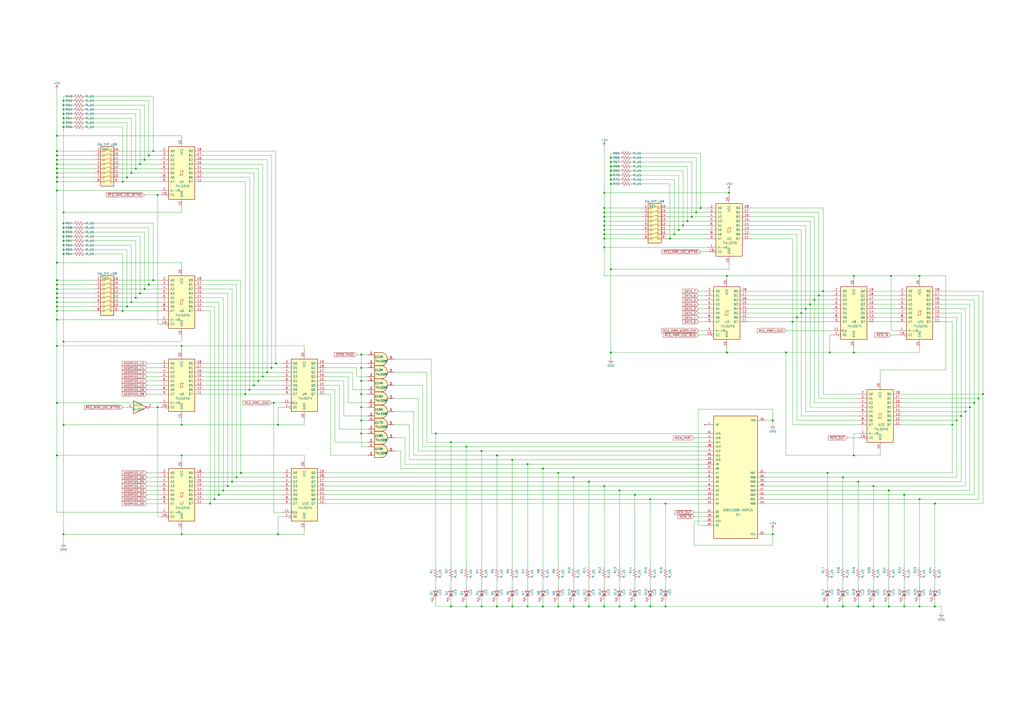
<source format=kicad_sch>
(kicad_sch (version 20230121) (generator eeschema)
  (paper "A2")
  (junction (at 105.41 246.38))
  (junction (at 368.3 287.02))
  (junction (at 560.07 238.76))
  (junction (at 377.19 289.56))
  (junction (at 33.02 165.1))
  (junction (at 533.4 160.02))
  (junction (at 158.75 233.68))
  (junction (at 396.24 130.81))
  (junction (at 33.02 95.25))
  (junction (at 448.31 309.88))
  (junction (at 36.83 129.54))
  (junction (at 477.52 168.91))
  (junction (at 36.83 137.16))
  (junction (at 81.28 95.25))
  (junction (at 209.55 228.6))
  (junction (at 495.3 204.47))
  (junction (at 480.06 274.32))
  (junction (at 36.83 58.42))
  (junction (at 36.83 142.24))
  (junction (at 137.16 276.86))
  (junction (at 354.33 96.52))
  (junction (at 403.86 123.19))
  (junction (at 270.51 351.79))
  (junction (at 209.55 213.36))
  (junction (at 142.24 228.6))
  (junction (at 306.07 351.79))
  (junction (at 36.83 198.12))
  (junction (at 350.52 128.27))
  (junction (at 455.93 204.47))
  (junction (at 350.52 281.94))
  (junction (at 354.33 204.47))
  (junction (at 297.18 351.79))
  (junction (at 252.73 251.46))
  (junction (at 323.85 351.79))
  (junction (at 515.62 351.79))
  (junction (at 36.83 309.88))
  (junction (at 33.02 177.8))
  (junction (at 36.83 139.7))
  (junction (at 81.28 170.18))
  (junction (at 524.51 287.02))
  (junction (at 297.18 266.7))
  (junction (at 565.15 233.68))
  (junction (at 33.02 97.79))
  (junction (at 36.83 134.62))
  (junction (at 350.52 130.81))
  (junction (at 562.61 236.22))
  (junction (at 73.66 177.8))
  (junction (at 279.4 261.62))
  (junction (at 350.52 120.65))
  (junction (at 33.02 90.17))
  (junction (at 105.41 264.16))
  (junction (at 33.02 170.18))
  (junction (at 33.02 105.41))
  (junction (at 36.83 60.96))
  (junction (at 209.55 236.22))
  (junction (at 542.29 351.79))
  (junction (at 71.12 105.41))
  (junction (at 279.4 351.79))
  (junction (at 78.74 97.79))
  (junction (at 474.98 171.45))
  (junction (at 36.83 147.32))
  (junction (at 306.07 269.24))
  (junction (at 33.02 172.72))
  (junction (at 391.16 135.89))
  (junction (at 488.95 276.86))
  (junction (at 33.02 87.63))
  (junction (at 33.02 102.87))
  (junction (at 33.02 92.71))
  (junction (at 149.86 220.98))
  (junction (at 124.46 289.56))
  (junction (at 386.08 351.79))
  (junction (at 354.33 101.6))
  (junction (at 36.83 63.5))
  (junction (at 350.52 135.89))
  (junction (at 388.62 138.43))
  (junction (at 83.82 167.64))
  (junction (at 398.78 128.27))
  (junction (at 506.73 281.94))
  (junction (at 33.02 233.68))
  (junction (at 209.55 220.98))
  (junction (at 421.64 160.02))
  (junction (at 472.44 173.99))
  (junction (at 354.33 156.21))
  (junction (at 33.02 100.33))
  (junction (at 497.84 351.79))
  (junction (at 542.29 292.1))
  (junction (at 91.44 113.03))
  (junction (at 36.83 73.66))
  (junction (at 105.41 200.66))
  (junction (at 71.12 180.34))
  (junction (at 144.78 226.06))
  (junction (at 368.3 351.79))
  (junction (at 86.36 165.1))
  (junction (at 33.02 110.49))
  (junction (at 481.33 204.47))
  (junction (at 36.83 144.78))
  (junction (at 480.06 351.79))
  (junction (at 386.08 292.1))
  (junction (at 33.02 180.34))
  (junction (at 33.02 185.42))
  (junction (at 516.89 160.02))
  (junction (at 33.02 78.74))
  (junction (at 36.83 71.12))
  (junction (at 33.02 167.64))
  (junction (at 350.52 351.79))
  (junction (at 261.62 256.54))
  (junction (at 132.08 281.94))
  (junction (at 567.69 231.14))
  (junction (at 354.33 99.06))
  (junction (at 533.4 289.56))
  (junction (at 36.83 123.19))
  (junction (at 209.55 251.46))
  (junction (at 464.82 181.61))
  (junction (at 86.36 90.17))
  (junction (at 359.41 351.79))
  (junction (at 157.48 213.36))
  (junction (at 332.74 276.86))
  (junction (at 127 287.02))
  (junction (at 314.96 351.79))
  (junction (at 469.9 176.53))
  (junction (at 462.28 184.15))
  (junction (at 350.52 111.76))
  (junction (at 33.02 152.4))
  (junction (at 209.55 205.74))
  (junction (at 377.19 351.79))
  (junction (at 552.45 246.38))
  (junction (at 359.41 284.48))
  (junction (at 36.83 66.04))
  (junction (at 515.62 284.48))
  (junction (at 161.29 246.38))
  (junction (at 270.51 259.08))
  (junction (at 288.29 264.16))
  (junction (at 354.33 104.14))
  (junction (at 422.91 111.76))
  (junction (at 495.3 160.02))
  (junction (at 314.96 271.78))
  (junction (at 36.83 246.38))
  (junction (at 88.9 87.63))
  (junction (at 554.99 243.84))
  (junction (at 533.4 351.79))
  (junction (at 261.62 351.79))
  (junction (at 497.84 279.4))
  (junction (at 78.74 172.72))
  (junction (at 76.2 175.26))
  (junction (at 354.33 106.68))
  (junction (at 524.51 351.79))
  (junction (at 33.02 264.16))
  (junction (at 139.7 274.32))
  (junction (at 350.52 143.51))
  (junction (at 570.23 228.6))
  (junction (at 161.29 309.88))
  (junction (at 152.4 218.44))
  (junction (at 350.52 125.73))
  (junction (at 401.32 125.73))
  (junction (at 83.82 92.71))
  (junction (at 341.63 279.4))
  (junction (at 105.41 309.88))
  (junction (at 467.36 179.07))
  (junction (at 88.9 162.56))
  (junction (at 488.95 351.79))
  (junction (at 147.32 223.52))
  (junction (at 323.85 274.32))
  (junction (at 36.83 132.08))
  (junction (at 350.52 133.35))
  (junction (at 73.66 102.87))
  (junction (at 459.74 186.69))
  (junction (at 121.92 292.1))
  (junction (at 354.33 93.98))
  (junction (at 160.02 210.82))
  (junction (at 506.73 351.79))
  (junction (at 354.33 91.44))
  (junction (at 91.44 236.22))
  (junction (at 495.3 264.16))
  (junction (at 134.62 279.4))
  (junction (at 76.2 100.33))
  (junction (at 129.54 284.48))
  (junction (at 350.52 138.43))
  (junction (at 33.02 200.66))
  (junction (at 406.4 120.65))
  (junction (at 209.55 243.84))
  (junction (at 421.64 204.47))
  (junction (at 341.63 351.79))
  (junction (at 350.52 123.19))
  (junction (at 332.74 351.79))
  (junction (at 557.53 241.3))
  (junction (at 288.29 351.79))
  (junction (at 154.94 215.9))
  (junction (at 33.02 175.26))
  (junction (at 448.31 243.84))
  (junction (at 36.83 68.58))
  (junction (at 393.7 133.35))
  (junction (at 33.02 162.56))
  (wire (pts (xy 396.24 99.06) (xy 396.24 130.81)))
  (wire (pts (xy 354.33 106.68) (xy 359.41 106.68)))
  (wire (pts (xy 464.82 181.61) (xy 482.6 181.61)))
  (wire (pts (xy 341.63 279.4) (xy 408.94 279.4)))
  (wire (pts (xy 405.13 176.53) (xy 408.94 176.53)))
  (wire (pts (xy 448.31 243.84) (xy 448.31 246.38)))
  (wire (pts (xy 350.52 133.35) (xy 372.11 133.35)))
  (wire (pts (xy 132.08 281.94) (xy 163.83 281.94)))
  (wire (pts (xy 36.83 58.42) (xy 41.91 58.42)))
  (wire (pts (xy 565.15 173.99) (xy 565.15 233.68)))
  (wire (pts (xy 69.85 95.25) (xy 81.28 95.25)))
  (wire (pts (xy 36.83 246.38) (xy 105.41 246.38)))
  (wire (pts (xy 121.92 292.1) (xy 163.83 292.1)))
  (wire (pts (xy 105.41 78.74) (xy 105.41 80.01)))
  (wire (pts (xy 480.06 274.32) (xy 480.06 328.93)))
  (wire (pts (xy 477.52 168.91) (xy 482.6 168.91)))
  (wire (pts (xy 161.29 236.22) (xy 161.29 246.38)))
  (wire (pts (xy 497.84 241.3) (xy 464.82 241.3)))
  (wire (pts (xy 191.77 264.16) (xy 191.77 228.6)))
  (wire (pts (xy 332.74 336.55) (xy 332.74 340.36)))
  (wire (pts (xy 137.16 165.1) (xy 118.11 165.1)))
  (wire (pts (xy 134.62 167.64) (xy 118.11 167.64)))
  (wire (pts (xy 306.07 351.79) (xy 314.96 351.79)))
  (wire (pts (xy 497.84 336.55) (xy 497.84 340.36)))
  (wire (pts (xy 506.73 351.79) (xy 515.62 351.79)))
  (wire (pts (xy 367.03 106.68) (xy 388.62 106.68)))
  (wire (pts (xy 33.02 185.42) (xy 33.02 200.66)))
  (wire (pts (xy 250.19 208.28) (xy 250.19 251.46)))
  (wire (pts (xy 207.01 205.74) (xy 209.55 205.74)))
  (wire (pts (xy 314.96 351.79) (xy 323.85 351.79)))
  (wire (pts (xy 491.49 254) (xy 497.84 254)))
  (wire (pts (xy 118.11 95.25) (xy 152.4 95.25)))
  (wire (pts (xy 81.28 95.25) (xy 92.71 95.25)))
  (wire (pts (xy 405.13 194.31) (xy 408.94 194.31)))
  (wire (pts (xy 422.91 111.76) (xy 422.91 113.03)))
  (wire (pts (xy 86.36 90.17) (xy 92.71 90.17)))
  (wire (pts (xy 189.23 226.06) (xy 194.31 226.06)))
  (wire (pts (xy 33.02 78.74) (xy 105.41 78.74)))
  (wire (pts (xy 306.07 336.55) (xy 306.07 340.36)))
  (wire (pts (xy 546.1 168.91) (xy 570.23 168.91)))
  (wire (pts (xy 33.02 87.63) (xy 54.61 87.63)))
  (wire (pts (xy 402.59 254) (xy 408.94 254)))
  (wire (pts (xy 332.74 328.93) (xy 332.74 276.86)))
  (wire (pts (xy 261.62 328.93) (xy 261.62 256.54)))
  (wire (pts (xy 118.11 281.94) (xy 132.08 281.94)))
  (wire (pts (xy 350.52 143.51) (xy 350.52 160.02)))
  (wire (pts (xy 85.09 215.9) (xy 92.71 215.9)))
  (wire (pts (xy 228.6 238.76) (xy 240.03 238.76)))
  (wire (pts (xy 350.52 138.43) (xy 350.52 143.51)))
  (wire (pts (xy 467.36 179.07) (xy 467.36 238.76)))
  (wire (pts (xy 359.41 284.48) (xy 408.94 284.48)))
  (wire (pts (xy 462.28 243.84) (xy 497.84 243.84)))
  (wire (pts (xy 36.83 134.62) (xy 41.91 134.62)))
  (wire (pts (xy 49.53 134.62) (xy 83.82 134.62)))
  (wire (pts (xy 474.98 231.14) (xy 474.98 171.45)))
  (wire (pts (xy 78.74 172.72) (xy 92.71 172.72)))
  (wire (pts (xy 85.09 279.4) (xy 92.71 279.4)))
  (wire (pts (xy 533.4 160.02) (xy 548.64 160.02)))
  (wire (pts (xy 354.33 104.14) (xy 359.41 104.14)))
  (wire (pts (xy 234.95 254) (xy 234.95 269.24)))
  (wire (pts (xy 149.86 220.98) (xy 149.86 97.79)))
  (wire (pts (xy 469.9 176.53) (xy 482.6 176.53)))
  (wire (pts (xy 523.24 243.84) (xy 554.99 243.84)))
  (wire (pts (xy 209.55 259.08) (xy 209.55 251.46)))
  (wire (pts (xy 118.11 90.17) (xy 157.48 90.17)))
  (wire (pts (xy 85.09 218.44) (xy 92.71 218.44)))
  (wire (pts (xy 472.44 173.99) (xy 482.6 173.99)))
  (wire (pts (xy 36.83 58.42) (xy 36.83 60.96)))
  (wire (pts (xy 261.62 351.79) (xy 261.62 347.98)))
  (wire (pts (xy 387.35 130.81) (xy 396.24 130.81)))
  (wire (pts (xy 176.53 309.88) (xy 176.53 307.34)))
  (wire (pts (xy 386.08 351.79) (xy 386.08 347.98)))
  (wire (pts (xy 158.75 297.18) (xy 158.75 233.68)))
  (wire (pts (xy 562.61 236.22) (xy 562.61 284.48)))
  (wire (pts (xy 467.36 130.81) (xy 435.61 130.81)))
  (wire (pts (xy 242.57 231.14) (xy 228.6 231.14)))
  (wire (pts (xy 73.66 71.12) (xy 73.66 102.87)))
  (wire (pts (xy 542.29 347.98) (xy 542.29 351.79)))
  (wire (pts (xy 270.51 336.55) (xy 270.51 340.36)))
  (wire (pts (xy 350.52 130.81) (xy 372.11 130.81)))
  (wire (pts (xy 506.73 281.94) (xy 560.07 281.94)))
  (wire (pts (xy 33.02 297.18) (xy 92.71 297.18)))
  (wire (pts (xy 36.83 142.24) (xy 41.91 142.24)))
  (wire (pts (xy 444.5 274.32) (xy 480.06 274.32)))
  (wire (pts (xy 76.2 100.33) (xy 92.71 100.33)))
  (wire (pts (xy 480.06 336.55) (xy 480.06 340.36)))
  (wire (pts (xy 209.55 205.74) (xy 209.55 213.36)))
  (wire (pts (xy 33.02 175.26) (xy 33.02 177.8)))
  (wire (pts (xy 288.29 264.16) (xy 408.94 264.16)))
  (wire (pts (xy 118.11 274.32) (xy 139.7 274.32)))
  (wire (pts (xy 49.53 55.88) (xy 88.9 55.88)))
  (wire (pts (xy 228.6 254) (xy 234.95 254)))
  (wire (pts (xy 49.53 60.96) (xy 83.82 60.96)))
  (wire (pts (xy 245.11 223.52) (xy 245.11 259.08)))
  (wire (pts (xy 83.82 60.96) (xy 83.82 92.71)))
  (wire (pts (xy 142.24 228.6) (xy 163.83 228.6)))
  (wire (pts (xy 508 186.69) (xy 520.7 186.69)))
  (wire (pts (xy 33.02 97.79) (xy 33.02 100.33)))
  (wire (pts (xy 523.24 228.6) (xy 570.23 228.6)))
  (wire (pts (xy 36.83 60.96) (xy 36.83 63.5)))
  (wire (pts (xy 85.09 220.98) (xy 92.71 220.98)))
  (wire (pts (xy 33.02 167.64) (xy 54.61 167.64)))
  (wire (pts (xy 393.7 101.6) (xy 393.7 133.35)))
  (wire (pts (xy 33.02 233.68) (xy 92.71 233.68)))
  (wire (pts (xy 49.53 58.42) (xy 86.36 58.42)))
  (wire (pts (xy 482.6 194.31) (xy 481.33 194.31)))
  (wire (pts (xy 570.23 228.6) (xy 570.23 292.1)))
  (wire (pts (xy 350.52 135.89) (xy 372.11 135.89)))
  (wire (pts (xy 350.52 351.79) (xy 350.52 347.98)))
  (wire (pts (xy 189.23 276.86) (xy 332.74 276.86)))
  (wire (pts (xy 488.95 276.86) (xy 554.99 276.86)))
  (wire (pts (xy 516.89 191.77) (xy 520.7 191.77)))
  (wire (pts (xy 201.93 218.44) (xy 189.23 218.44)))
  (wire (pts (xy 137.16 165.1) (xy 137.16 276.86)))
  (wire (pts (xy 92.71 299.72) (xy 91.44 299.72)))
  (wire (pts (xy 49.53 139.7) (xy 78.74 139.7)))
  (wire (pts (xy 118.11 279.4) (xy 134.62 279.4)))
  (wire (pts (xy 405.13 179.07) (xy 408.94 179.07)))
  (wire (pts (xy 495.3 204.47) (xy 533.4 204.47)))
  (wire (pts (xy 377.19 351.79) (xy 386.08 351.79)))
  (wire (pts (xy 542.29 292.1) (xy 570.23 292.1)))
  (wire (pts (xy 350.52 135.89) (xy 350.52 138.43)))
  (wire (pts (xy 444.5 287.02) (xy 524.51 287.02)))
  (wire (pts (xy 144.78 102.87) (xy 118.11 102.87)))
  (wire (pts (xy 297.18 328.93) (xy 297.18 266.7)))
  (wire (pts (xy 323.85 351.79) (xy 332.74 351.79)))
  (wire (pts (xy 161.29 309.88) (xy 176.53 309.88)))
  (wire (pts (xy 332.74 276.86) (xy 408.94 276.86)))
  (wire (pts (xy 91.44 236.22) (xy 91.44 299.72)))
  (wire (pts (xy 33.02 78.74) (xy 33.02 87.63)))
  (wire (pts (xy 368.3 287.02) (xy 408.94 287.02)))
  (wire (pts (xy 314.96 271.78) (xy 314.96 328.93)))
  (wire (pts (xy 91.44 187.96) (xy 92.71 187.96)))
  (wire (pts (xy 314.96 336.55) (xy 314.96 340.36)))
  (wire (pts (xy 33.02 102.87) (xy 33.02 105.41)))
  (wire (pts (xy 194.31 256.54) (xy 213.36 256.54)))
  (wire (pts (xy 88.9 129.54) (xy 88.9 162.56)))
  (wire (pts (xy 85.09 289.56) (xy 92.71 289.56)))
  (wire (pts (xy 152.4 218.44) (xy 163.83 218.44)))
  (wire (pts (xy 33.02 162.56) (xy 33.02 165.1)))
  (wire (pts (xy 142.24 105.41) (xy 142.24 228.6)))
  (wire (pts (xy 508 168.91) (xy 520.7 168.91)))
  (wire (pts (xy 124.46 177.8) (xy 118.11 177.8)))
  (wire (pts (xy 189.23 284.48) (xy 359.41 284.48)))
  (wire (pts (xy 524.51 351.79) (xy 533.4 351.79)))
  (wire (pts (xy 132.08 170.18) (xy 118.11 170.18)))
  (wire (pts (xy 33.02 172.72) (xy 54.61 172.72)))
  (wire (pts (xy 350.52 125.73) (xy 372.11 125.73)))
  (wire (pts (xy 33.02 95.25) (xy 54.61 95.25)))
  (wire (pts (xy 71.12 105.41) (xy 92.71 105.41)))
  (wire (pts (xy 33.02 167.64) (xy 33.02 170.18)))
  (wire (pts (xy 459.74 186.69) (xy 482.6 186.69)))
  (wire (pts (xy 323.85 328.93) (xy 323.85 274.32)))
  (wire (pts (xy 209.55 251.46) (xy 213.36 251.46)))
  (wire (pts (xy 542.29 336.55) (xy 542.29 340.36)))
  (wire (pts (xy 270.51 351.79) (xy 270.51 347.98)))
  (wire (pts (xy 406.4 146.05) (xy 410.21 146.05)))
  (wire (pts (xy 71.12 236.22) (xy 73.66 236.22)))
  (wire (pts (xy 462.28 184.15) (xy 482.6 184.15)))
  (wire (pts (xy 118.11 105.41) (xy 142.24 105.41)))
  (wire (pts (xy 405.13 237.49) (xy 405.13 304.8)))
  (wire (pts (xy 160.02 210.82) (xy 160.02 87.63)))
  (wire (pts (xy 69.85 177.8) (xy 73.66 177.8)))
  (wire (pts (xy 83.82 134.62) (xy 83.82 167.64)))
  (wire (pts (xy 388.62 106.68) (xy 388.62 138.43)))
  (wire (pts (xy 435.61 138.43) (xy 459.74 138.43)))
  (wire (pts (xy 232.41 261.62) (xy 228.6 261.62)))
  (wire (pts (xy 477.52 168.91) (xy 477.52 228.6)))
  (wire (pts (xy 542.29 351.79) (xy 546.1 351.79)))
  (wire (pts (xy 196.85 248.92) (xy 196.85 223.52)))
  (wire (pts (xy 209.55 213.36) (xy 213.36 213.36)))
  (wire (pts (xy 33.02 95.25) (xy 33.02 97.79)))
  (wire (pts (xy 139.7 274.32) (xy 163.83 274.32)))
  (wire (pts (xy 199.39 241.3) (xy 213.36 241.3)))
  (wire (pts (xy 76.2 100.33) (xy 76.2 68.58)))
  (wire (pts (xy 350.52 128.27) (xy 350.52 130.81)))
  (wire (pts (xy 189.23 274.32) (xy 323.85 274.32)))
  (wire (pts (xy 402.59 302.26) (xy 408.94 302.26)))
  (wire (pts (xy 444.5 292.1) (xy 542.29 292.1)))
  (wire (pts (xy 78.74 97.79) (xy 92.71 97.79)))
  (wire (pts (xy 367.03 93.98) (xy 401.32 93.98)))
  (wire (pts (xy 508 181.61) (xy 520.7 181.61)))
  (wire (pts (xy 33.02 102.87) (xy 54.61 102.87)))
  (wire (pts (xy 33.02 90.17) (xy 54.61 90.17)))
  (wire (pts (xy 467.36 179.07) (xy 482.6 179.07)))
  (wire (pts (xy 560.07 238.76) (xy 560.07 281.94)))
  (wire (pts (xy 467.36 238.76) (xy 497.84 238.76)))
  (wire (pts (xy 297.18 351.79) (xy 297.18 347.98)))
  (wire (pts (xy 288.29 347.98) (xy 288.29 351.79)))
  (wire (pts (xy 467.36 179.07) (xy 467.36 130.81)))
  (wire (pts (xy 391.16 135.89) (xy 410.21 135.89)))
  (wire (pts (xy 81.28 170.18) (xy 92.71 170.18)))
  (wire (pts (xy 261.62 336.55) (xy 261.62 340.36)))
  (wire (pts (xy 488.95 351.79) (xy 497.84 351.79)))
  (wire (pts (xy 49.53 71.12) (xy 73.66 71.12)))
  (wire (pts (xy 435.61 133.35) (xy 464.82 133.35)))
  (wire (pts (xy 33.02 100.33) (xy 33.02 102.87)))
  (wire (pts (xy 516.89 160.02) (xy 516.89 191.77)))
  (wire (pts (xy 129.54 172.72) (xy 129.54 284.48)))
  (wire (pts (xy 36.83 198.12) (xy 36.83 246.38)))
  (wire (pts (xy 448.31 316.23) (xy 402.59 316.23)))
  (wire (pts (xy 552.45 186.69) (xy 552.45 246.38)))
  (wire (pts (xy 33.02 92.71) (xy 54.61 92.71)))
  (wire (pts (xy 49.53 147.32) (xy 71.12 147.32)))
  (wire (pts (xy 510.54 264.16) (xy 495.3 264.16)))
  (wire (pts (xy 565.15 233.68) (xy 565.15 287.02)))
  (wire (pts (xy 105.41 246.38) (xy 161.29 246.38)))
  (wire (pts (xy 554.99 184.15) (xy 554.99 243.84)))
  (wire (pts (xy 546.1 176.53) (xy 562.61 176.53)))
  (wire (pts (xy 401.32 125.73) (xy 410.21 125.73)))
  (wire (pts (xy 176.53 200.66) (xy 176.53 203.2)))
  (wire (pts (xy 144.78 226.06) (xy 144.78 102.87)))
  (wire (pts (xy 421.64 160.02) (xy 495.3 160.02)))
  (wire (pts (xy 105.41 198.12) (xy 105.41 195.58)))
  (wire (pts (xy 118.11 287.02) (xy 127 287.02)))
  (wire (pts (xy 154.94 215.9) (xy 163.83 215.9)))
  (wire (pts (xy 393.7 133.35) (xy 410.21 133.35)))
  (wire (pts (xy 124.46 177.8) (xy 124.46 289.56)))
  (wire (pts (xy 350.52 133.35) (xy 350.52 135.89)))
  (wire (pts (xy 237.49 266.7) (xy 297.18 266.7)))
  (wire (pts (xy 127 175.26) (xy 127 287.02)))
  (wire (pts (xy 481.33 204.47) (xy 495.3 204.47)))
  (wire (pts (xy 36.83 198.12) (xy 105.41 198.12)))
  (wire (pts (xy 524.51 336.55) (xy 524.51 340.36)))
  (wire (pts (xy 36.83 132.08) (xy 41.91 132.08)))
  (wire (pts (xy 387.35 135.89) (xy 391.16 135.89)))
  (wire (pts (xy 149.86 97.79) (xy 118.11 97.79)))
  (wire (pts (xy 508 176.53) (xy 520.7 176.53)))
  (wire (pts (xy 91.44 113.03) (xy 91.44 187.96)))
  (wire (pts (xy 354.33 93.98) (xy 359.41 93.98)))
  (wire (pts (xy 354.33 99.06) (xy 354.33 101.6)))
  (wire (pts (xy 398.78 96.52) (xy 398.78 128.27)))
  (wire (pts (xy 405.13 171.45) (xy 408.94 171.45)))
  (wire (pts (xy 488.95 347.98) (xy 488.95 351.79)))
  (wire (pts (xy 194.31 226.06) (xy 194.31 256.54)))
  (wire (pts (xy 444.5 281.94) (xy 506.73 281.94)))
  (wire (pts (xy 524.51 287.02) (xy 524.51 328.93)))
  (wire (pts (xy 105.41 200.66) (xy 176.53 200.66)))
  (wire (pts (xy 33.02 110.49) (xy 33.02 152.4)))
  (wire (pts (xy 91.44 236.22) (xy 92.71 236.22)))
  (wire (pts (xy 36.83 144.78) (xy 41.91 144.78)))
  (wire (pts (xy 213.36 218.44) (xy 207.01 218.44)))
  (wire (pts (xy 83.82 167.64) (xy 92.71 167.64)))
  (wire (pts (xy 288.29 336.55) (xy 288.29 340.36)))
  (wire (pts (xy 367.03 91.44) (xy 403.86 91.44)))
  (wire (pts (xy 209.55 243.84) (xy 213.36 243.84)))
  (wire (pts (xy 359.41 351.79) (xy 359.41 347.98)))
  (wire (pts (xy 279.4 351.79) (xy 288.29 351.79)))
  (wire (pts (xy 247.65 256.54) (xy 261.62 256.54)))
  (wire (pts (xy 78.74 139.7) (xy 78.74 172.72)))
  (wire (pts (xy 554.99 243.84) (xy 554.99 276.86)))
  (wire (pts (xy 33.02 162.56) (xy 54.61 162.56)))
  (wire (pts (xy 127 287.02) (xy 163.83 287.02)))
  (wire (pts (xy 69.85 87.63) (xy 88.9 87.63)))
  (wire (pts (xy 189.23 279.4) (xy 341.63 279.4)))
  (wire (pts (xy 71.12 147.32) (xy 71.12 180.34)))
  (wire (pts (xy 36.83 137.16) (xy 41.91 137.16)))
  (wire (pts (xy 279.4 261.62) (xy 279.4 328.93)))
  (wire (pts (xy 71.12 105.41) (xy 71.12 73.66)))
  (wire (pts (xy 354.33 99.06) (xy 359.41 99.06)))
  (wire (pts (xy 387.35 125.73) (xy 401.32 125.73)))
  (wire (pts (xy 448.31 307.34) (xy 448.31 309.88)))
  (wire (pts (xy 49.53 73.66) (xy 71.12 73.66)))
  (wire (pts (xy 386.08 336.55) (xy 386.08 340.36)))
  (wire (pts (xy 49.53 142.24) (xy 76.2 142.24)))
  (wire (pts (xy 388.62 138.43) (xy 410.21 138.43)))
  (wire (pts (xy 560.07 179.07) (xy 560.07 238.76)))
  (wire (pts (xy 354.33 156.21) (xy 354.33 204.47)))
  (wire (pts (xy 33.02 180.34) (xy 33.02 185.42)))
  (wire (pts (xy 33.02 105.41) (xy 54.61 105.41)))
  (wire (pts (xy 402.59 316.23) (xy 402.59 302.26)))
  (wire (pts (xy 444.5 279.4) (xy 497.84 279.4)))
  (wire (pts (xy 36.83 147.32) (xy 41.91 147.32)))
  (wire (pts (xy 472.44 125.73) (xy 435.61 125.73)))
  (wire (pts (xy 368.3 336.55) (xy 368.3 340.36)))
  (wire (pts (xy 405.13 186.69) (xy 408.94 186.69)))
  (wire (pts (xy 497.84 279.4) (xy 557.53 279.4)))
  (wire (pts (xy 69.85 92.71) (xy 83.82 92.71)))
  (wire (pts (xy 33.02 180.34) (xy 54.61 180.34)))
  (wire (pts (xy 86.36 165.1) (xy 92.71 165.1)))
  (wire (pts (xy 434.34 171.45) (xy 474.98 171.45)))
  (wire (pts (xy 69.85 100.33) (xy 76.2 100.33)))
  (wire (pts (xy 36.83 63.5) (xy 36.83 66.04)))
  (wire (pts (xy 189.23 281.94) (xy 350.52 281.94)))
  (wire (pts (xy 129.54 284.48) (xy 163.83 284.48)))
  (wire (pts (xy 33.02 264.16) (xy 105.41 264.16)))
  (wire (pts (xy 548.64 160.02) (xy 548.64 214.63)))
  (wire (pts (xy 323.85 351.79) (xy 323.85 347.98)))
  (wire (pts (xy 118.11 220.98) (xy 149.86 220.98)))
  (wire (pts (xy 118.11 215.9) (xy 154.94 215.9)))
  (wire (pts (xy 121.92 180.34) (xy 118.11 180.34)))
  (wire (pts (xy 403.86 123.19) (xy 410.21 123.19)))
  (wire (pts (xy 73.66 144.78) (xy 73.66 177.8)))
  (wire (pts (xy 209.55 243.84) (xy 209.55 251.46)))
  (wire (pts (xy 36.83 309.88) (xy 36.83 314.96)))
  (wire (pts (xy 78.74 97.79) (xy 78.74 66.04)))
  (wire (pts (xy 279.4 336.55) (xy 279.4 340.36)))
  (wire (pts (xy 76.2 142.24) (xy 76.2 175.26)))
  (wire (pts (xy 350.52 128.27) (xy 372.11 128.27)))
  (wire (pts (xy 288.29 351.79) (xy 297.18 351.79)))
  (wire (pts (xy 459.74 246.38) (xy 459.74 186.69)))
  (wire (pts (xy 434.34 181.61) (xy 464.82 181.61)))
  (wire (pts (xy 88.9 55.88) (xy 88.9 87.63)))
  (wire (pts (xy 88.9 162.56) (xy 92.71 162.56)))
  (wire (pts (xy 372.11 123.19) (xy 350.52 123.19)))
  (wire (pts (xy 405.13 181.61) (xy 408.94 181.61)))
  (wire (pts (xy 154.94 92.71) (xy 118.11 92.71)))
  (wire (pts (xy 36.83 129.54) (xy 41.91 129.54)))
  (wire (pts (xy 204.47 226.06) (xy 213.36 226.06)))
  (wire (pts (xy 228.6 208.28) (xy 250.19 208.28)))
  (wire (pts (xy 354.33 96.52) (xy 354.33 99.06)))
  (wire (pts (xy 157.48 213.36) (xy 163.83 213.36)))
  (wire (pts (xy 567.69 171.45) (xy 567.69 231.14)))
  (wire (pts (xy 49.53 68.58) (xy 76.2 68.58)))
  (wire (pts (xy 189.23 287.02) (xy 368.3 287.02)))
  (wire (pts (xy 36.83 73.66) (xy 41.91 73.66)))
  (wire (pts (xy 421.64 160.02) (xy 421.64 161.29)))
  (wire (pts (xy 434.34 179.07) (xy 467.36 179.07)))
  (wire (pts (xy 462.28 184.15) (xy 462.28 243.84)))
  (wire (pts (xy 444.5 276.86) (xy 488.95 276.86)))
  (wire (pts (xy 161.29 299.72) (xy 161.29 309.88)))
  (wire (pts (xy 160.02 87.63) (xy 118.11 87.63)))
  (wire (pts (xy 516.89 160.02) (xy 533.4 160.02)))
  (wire (pts (xy 157.48 90.17) (xy 157.48 213.36)))
  (wire (pts (xy 408.94 271.78) (xy 314.96 271.78)))
  (wire (pts (xy 546.1 181.61) (xy 557.53 181.61)))
  (wire (pts (xy 69.85 165.1) (xy 86.36 165.1)))
  (wire (pts (xy 464.82 241.3) (xy 464.82 181.61)))
  (wire (pts (xy 533.4 204.47) (xy 533.4 201.93)))
  (wire (pts (xy 85.09 228.6) (xy 92.71 228.6)))
  (wire (pts (xy 497.84 347.98) (xy 497.84 351.79)))
  (wire (pts (xy 252.73 351.79) (xy 261.62 351.79)))
  (wire (pts (xy 455.93 264.16) (xy 495.3 264.16)))
  (wire (pts (xy 533.4 336.55) (xy 533.4 340.36)))
  (wire (pts (xy 69.85 175.26) (xy 76.2 175.26)))
  (wire (pts (xy 510.54 214.63) (xy 510.54 220.98)))
  (wire (pts (xy 139.7 162.56) (xy 118.11 162.56)))
  (wire (pts (xy 36.83 68.58) (xy 41.91 68.58)))
  (wire (pts (xy 36.83 139.7) (xy 41.91 139.7)))
  (wire (pts (xy 495.3 160.02) (xy 516.89 160.02)))
  (wire (pts (xy 118.11 100.33) (xy 147.32 100.33)))
  (wire (pts (xy 377.19 336.55) (xy 377.19 340.36)))
  (wire (pts (xy 36.83 71.12) (xy 36.83 73.66)))
  (wire (pts (xy 546.1 184.15) (xy 554.99 184.15)))
  (wire (pts (xy 533.4 351.79) (xy 542.29 351.79)))
  (wire (pts (xy 240.03 264.16) (xy 288.29 264.16)))
  (wire (pts (xy 332.74 351.79) (xy 332.74 347.98)))
  (wire (pts (xy 480.06 274.32) (xy 552.45 274.32)))
  (wire (pts (xy 33.02 52.07) (xy 33.02 78.74)))
  (wire (pts (xy 552.45 246.38) (xy 552.45 274.32)))
  (wire (pts (xy 350.52 120.65) (xy 372.11 120.65)))
  (wire (pts (xy 406.4 88.9) (xy 406.4 120.65)))
  (wire (pts (xy 359.41 336.55) (xy 359.41 340.36)))
  (wire (pts (xy 85.09 226.06) (xy 92.71 226.06)))
  (wire (pts (xy 524.51 347.98) (xy 524.51 351.79)))
  (wire (pts (xy 354.33 96.52) (xy 359.41 96.52)))
  (wire (pts (xy 354.33 101.6) (xy 359.41 101.6)))
  (wire (pts (xy 495.3 204.47) (xy 495.3 201.93)))
  (wire (pts (xy 196.85 223.52) (xy 189.23 223.52)))
  (wire (pts (xy 121.92 180.34) (xy 121.92 292.1)))
  (wire (pts (xy 36.83 60.96) (xy 41.91 60.96)))
  (wire (pts (xy 332.74 351.79) (xy 341.63 351.79)))
  (wire (pts (xy 506.73 328.93) (xy 506.73 281.94)))
  (wire (pts (xy 36.83 147.32) (xy 36.83 198.12)))
  (wire (pts (xy 204.47 215.9) (xy 204.47 226.06)))
  (wire (pts (xy 33.02 97.79) (xy 54.61 97.79)))
  (wire (pts (xy 523.24 246.38) (xy 552.45 246.38)))
  (wire (pts (xy 508 171.45) (xy 520.7 171.45)))
  (wire (pts (xy 36.83 123.19) (xy 36.83 129.54)))
  (wire (pts (xy 477.52 228.6) (xy 497.84 228.6)))
  (wire (pts (xy 323.85 336.55) (xy 323.85 340.36)))
  (wire (pts (xy 421.64 204.47) (xy 455.93 204.47)))
  (wire (pts (xy 341.63 351.79) (xy 350.52 351.79)))
  (wire (pts (xy 33.02 87.63) (xy 33.02 90.17)))
  (wire (pts (xy 118.11 223.52) (xy 147.32 223.52)))
  (wire (pts (xy 33.02 165.1) (xy 54.61 165.1)))
  (wire (pts (xy 546.1 186.69) (xy 552.45 186.69)))
  (wire (pts (xy 247.65 215.9) (xy 228.6 215.9)))
  (wire (pts (xy 261.62 351.79) (xy 270.51 351.79)))
  (wire (pts (xy 33.02 170.18) (xy 54.61 170.18)))
  (wire (pts (xy 398.78 128.27) (xy 410.21 128.27)))
  (wire (pts (xy 480.06 351.79) (xy 488.95 351.79)))
  (wire (pts (xy 557.53 181.61) (xy 557.53 241.3)))
  (wire (pts (xy 386.08 292.1) (xy 408.94 292.1)))
  (wire (pts (xy 237.49 246.38) (xy 228.6 246.38)))
  (wire (pts (xy 354.33 93.98) (xy 354.33 96.52)))
  (wire (pts (xy 33.02 152.4) (xy 105.41 152.4)))
  (wire (pts (xy 350.52 138.43) (xy 372.11 138.43)))
  (wire (pts (xy 36.83 55.88) (xy 41.91 55.88)))
  (wire (pts (xy 85.09 213.36) (xy 92.71 213.36)))
  (wire (pts (xy 488.95 336.55) (xy 488.95 340.36)))
  (wire (pts (xy 386.08 351.79) (xy 480.06 351.79)))
  (wire (pts (xy 387.35 120.65) (xy 406.4 120.65)))
  (wire (pts (xy 350.52 85.09) (xy 350.52 111.76)))
  (wire (pts (xy 350.52 336.55) (xy 350.52 340.36)))
  (wire (pts (xy 213.36 264.16) (xy 191.77 264.16)))
  (wire (pts (xy 36.83 134.62) (xy 36.83 137.16)))
  (wire (pts (xy 213.36 259.08) (xy 209.55 259.08)))
  (wire (pts (xy 33.02 177.8) (xy 33.02 180.34)))
  (wire (pts (xy 323.85 274.32) (xy 408.94 274.32)))
  (wire (pts (xy 350.52 111.76) (xy 350.52 120.65)))
  (wire (pts (xy 435.61 120.65) (xy 477.52 120.65)))
  (wire (pts (xy 459.74 138.43) (xy 459.74 186.69)))
  (wire (pts (xy 480.06 347.98) (xy 480.06 351.79)))
  (wire (pts (xy 408.94 304.8) (xy 405.13 304.8)))
  (wire (pts (xy 523.24 238.76) (xy 560.07 238.76)))
  (wire (pts (xy 421.64 160.02) (xy 350.52 160.02)))
  (wire (pts (xy 189.23 220.98) (xy 199.39 220.98)))
  (wire (pts (xy 350.52 130.81) (xy 350.52 133.35)))
  (wire (pts (xy 213.36 248.92) (xy 196.85 248.92)))
  (wire (pts (xy 497.84 279.4) (xy 497.84 328.93)))
  (wire (pts (xy 354.33 88.9) (xy 359.41 88.9)))
  (wire (pts (xy 118.11 218.44) (xy 152.4 218.44)))
  (wire (pts (xy 49.53 137.16) (xy 81.28 137.16)))
  (wire (pts (xy 36.83 139.7) (xy 36.83 142.24)))
  (wire (pts (xy 506.73 336.55) (xy 506.73 340.36)))
  (wire (pts (xy 149.86 220.98) (xy 163.83 220.98)))
  (wire (pts (xy 36.83 66.04) (xy 36.83 68.58)))
  (wire (pts (xy 33.02 165.1) (xy 33.02 167.64)))
  (wire (pts (xy 33.02 233.68) (xy 33.02 264.16)))
  (wire (pts (xy 36.83 132.08) (xy 36.83 134.62)))
  (wire (pts (xy 497.84 246.38) (xy 459.74 246.38)))
  (wire (pts (xy 387.35 123.19) (xy 403.86 123.19)))
  (wire (pts (xy 354.33 101.6) (xy 354.33 104.14)))
  (wire (pts (xy 350.52 123.19) (xy 350.52 125.73)))
  (wire (pts (xy 422.91 110.49) (xy 422.91 111.76)))
  (wire (pts (xy 472.44 233.68) (xy 497.84 233.68)))
  (wire (pts (xy 402.59 299.72) (xy 408.94 299.72)))
  (wire (pts (xy 354.33 91.44) (xy 354.33 93.98)))
  (wire (pts (xy 472.44 173.99) (xy 472.44 233.68)))
  (wire (pts (xy 134.62 167.64) (xy 134.62 279.4)))
  (wire (pts (xy 71.12 180.34) (xy 92.71 180.34)))
  (wire (pts (xy 189.23 210.82) (xy 213.36 210.82)))
  (wire (pts (xy 33.02 175.26) (xy 54.61 175.26)))
  (wire (pts (xy 81.28 95.25) (xy 81.28 63.5)))
  (wire (pts (xy 495.3 251.46) (xy 495.3 264.16)))
  (wire (pts (xy 69.85 90.17) (xy 86.36 90.17)))
  (wire (pts (xy 36.83 142.24) (xy 36.83 144.78)))
  (wire (pts (xy 408.94 261.62) (xy 279.4 261.62)))
  (wire (pts (xy 448.31 237.49) (xy 448.31 243.84)))
  (wire (pts (xy 36.83 246.38) (xy 36.83 309.88)))
  (wire (pts (xy 105.41 152.4) (xy 105.41 154.94)))
  (wire (pts (xy 350.52 111.76) (xy 422.91 111.76)))
  (wire (pts (xy 36.83 144.78) (xy 36.83 147.32)))
  (wire (pts (xy 354.33 88.9) (xy 354.33 91.44)))
  (wire (pts (xy 176.53 264.16) (xy 176.53 266.7)))
  (wire (pts (xy 570.23 228.6) (xy 570.23 168.91)))
  (wire (pts (xy 455.93 204.47) (xy 481.33 204.47)))
  (wire (pts (xy 49.53 144.78) (xy 73.66 144.78)))
  (wire (pts (xy 209.55 220.98) (xy 209.55 228.6)))
  (wire (pts (xy 455.93 191.77) (xy 482.6 191.77)))
  (wire (pts (xy 515.62 351.79) (xy 524.51 351.79)))
  (wire (pts (xy 240.03 238.76) (xy 240.03 264.16)))
  (wire (pts (xy 562.61 176.53) (xy 562.61 236.22)))
  (wire (pts (xy 396.24 130.81) (xy 410.21 130.81)))
  (wire (pts (xy 36.83 63.5) (xy 41.91 63.5)))
  (wire (pts (xy 147.32 223.52) (xy 163.83 223.52)))
  (wire (pts (xy 497.84 236.22) (xy 469.9 236.22)))
  (wire (pts (xy 279.4 261.62) (xy 242.57 261.62)))
  (wire (pts (xy 160.02 210.82) (xy 163.83 210.82)))
  (wire (pts (xy 152.4 95.25) (xy 152.4 218.44)))
  (wire (pts (xy 209.55 228.6) (xy 209.55 236.22)))
  (wire (pts (xy 69.85 167.64) (xy 83.82 167.64)))
  (wire (pts (xy 250.19 251.46) (xy 252.73 251.46)))
  (wire (pts (xy 49.53 129.54) (xy 88.9 129.54)))
  (wire (pts (xy 477.52 120.65) (xy 477.52 168.91)))
  (wire (pts (xy 69.85 172.72) (xy 78.74 172.72)))
  (wire (pts (xy 49.53 66.04) (xy 78.74 66.04)))
  (wire (pts (xy 341.63 336.55) (xy 341.63 340.36)))
  (wire (pts (xy 69.85 105.41) (xy 71.12 105.41)))
  (wire (pts (xy 350.52 328.93) (xy 350.52 281.94)))
  (wire (pts (xy 435.61 128.27) (xy 469.9 128.27)))
  (wire (pts (xy 508 184.15) (xy 520.7 184.15)))
  (wire (pts (xy 354.33 156.21) (xy 422.91 156.21)))
  (wire (pts (xy 515.62 336.55) (xy 515.62 340.36)))
  (wire (pts (xy 33.02 152.4) (xy 33.02 162.56)))
  (wire (pts (xy 129.54 172.72) (xy 118.11 172.72)))
  (wire (pts (xy 421.64 201.93) (xy 421.64 204.47)))
  (wire (pts (xy 118.11 276.86) (xy 137.16 276.86)))
  (wire (pts (xy 508 173.99) (xy 520.7 173.99)))
  (wire (pts (xy 252.73 251.46) (xy 408.94 251.46)))
  (wire (pts (xy 401.32 93.98) (xy 401.32 125.73)))
  (wire (pts (xy 288.29 264.16) (xy 288.29 328.93)))
  (wire (pts (xy 434.34 186.69) (xy 459.74 186.69)))
  (wire (pts (xy 367.03 101.6) (xy 393.7 101.6)))
  (wire (pts (xy 405.13 168.91) (xy 408.94 168.91)))
  (wire (pts (xy 474.98 123.19) (xy 474.98 171.45)))
  (wire (pts (xy 444.5 309.88) (xy 448.31 309.88)))
  (wire (pts (xy 261.62 256.54) (xy 408.94 256.54)))
  (wire (pts (xy 506.73 347.98) (xy 506.73 351.79)))
  (wire (pts (xy 367.03 88.9) (xy 406.4 88.9)))
  (wire (pts (xy 524.51 287.02) (xy 565.15 287.02)))
  (wire (pts (xy 85.09 284.48) (xy 92.71 284.48)))
  (wire (pts (xy 406.4 120.65) (xy 410.21 120.65)))
  (wire (pts (xy 33.02 264.16) (xy 33.02 297.18)))
  (wire (pts (xy 354.33 106.68) (xy 354.33 156.21)))
  (wire (pts (xy 154.94 215.9) (xy 154.94 92.71)))
  (wire (pts (xy 118.11 210.82) (xy 160.02 210.82)))
  (wire (pts (xy 350.52 125.73) (xy 350.52 128.27)))
  (wire (pts (xy 469.9 128.27) (xy 469.9 176.53)))
  (wire (pts (xy 497.84 351.79) (xy 506.73 351.79)))
  (wire (pts (xy 270.51 259.08) (xy 270.51 328.93)))
  (wire (pts (xy 73.66 102.87) (xy 92.71 102.87)))
  (wire (pts (xy 367.03 96.52) (xy 398.78 96.52)))
  (wire (pts (xy 176.53 243.84) (xy 176.53 246.38)))
  (wire (pts (xy 405.13 191.77) (xy 408.94 191.77)))
  (wire (pts (xy 49.53 63.5) (xy 81.28 63.5)))
  (wire (pts (xy 132.08 170.18) (xy 132.08 281.94)))
  (wire (pts (xy 91.44 113.03) (xy 92.71 113.03)))
  (wire (pts (xy 158.75 233.68) (xy 163.83 233.68)))
  (wire (pts (xy 495.3 160.02) (xy 495.3 161.29)))
  (wire (pts (xy 341.63 351.79) (xy 341.63 347.98)))
  (wire (pts (xy 237.49 266.7) (xy 237.49 246.38)))
  (wire (pts (xy 481.33 194.31) (xy 481.33 204.47)))
  (wire (pts (xy 377.19 351.79) (xy 377.19 347.98)))
  (wire (pts (xy 523.24 236.22) (xy 562.61 236.22)))
  (wire (pts (xy 557.53 241.3) (xy 557.53 279.4)))
  (wire (pts (xy 464.82 133.35) (xy 464.82 181.61)))
  (wire (pts (xy 69.85 102.87) (xy 73.66 102.87)))
  (wire (pts (xy 33.02 90.17) (xy 33.02 92.71)))
  (wire (pts (xy 242.57 261.62) (xy 242.57 231.14)))
  (wire (pts (xy 350.52 281.94) (xy 408.94 281.94)))
  (wire (pts (xy 472.44 173.99) (xy 472.44 125.73)))
  (wire (pts (xy 462.28 135.89) (xy 462.28 184.15)))
  (wire (pts (xy 510.54 261.62) (xy 510.54 264.16)))
  (wire (pts (xy 523.24 241.3) (xy 557.53 241.3)))
  (wire (pts (xy 279.4 347.98) (xy 279.4 351.79)))
  (wire (pts (xy 405.13 237.49) (xy 448.31 237.49)))
  (wire (pts (xy 33.02 200.66) (xy 33.02 233.68)))
  (wire (pts (xy 252.73 336.55) (xy 252.73 340.36)))
  (wire (pts (xy 36.83 73.66) (xy 36.83 123.19)))
  (wire (pts (xy 542.29 292.1) (xy 542.29 328.93)))
  (wire (pts (xy 402.59 297.18) (xy 408.94 297.18)))
  (wire (pts (xy 88.9 236.22) (xy 91.44 236.22)))
  (wire (pts (xy 306.07 351.79) (xy 306.07 347.98)))
  (wire (pts (xy 73.66 177.8) (xy 92.71 177.8)))
  (wire (pts (xy 85.09 276.86) (xy 92.71 276.86)))
  (wire (pts (xy 209.55 236.22) (xy 209.55 243.84)))
  (wire (pts (xy 69.85 170.18) (xy 81.28 170.18)))
  (wire (pts (xy 209.55 228.6) (xy 213.36 228.6)))
  (wire (pts (xy 368.3 351.79) (xy 368.3 347.98)))
  (wire (pts (xy 85.09 274.32) (xy 92.71 274.32)))
  (wire (pts (xy 567.69 231.14) (xy 567.69 289.56)))
  (wire (pts (xy 297.18 336.55) (xy 297.18 340.36)))
  (wire (pts (xy 497.84 251.46) (xy 495.3 251.46)))
  (wire (pts (xy 209.55 205.74) (xy 213.36 205.74)))
  (wire (pts (xy 36.83 123.19) (xy 105.41 123.19)))
  (wire (pts (xy 207.01 218.44) (xy 207.01 213.36)))
  (wire (pts (xy 189.23 292.1) (xy 386.08 292.1)))
  (wire (pts (xy 377.19 289.56) (xy 377.19 328.93)))
  (wire (pts (xy 508 179.07) (xy 520.7 179.07)))
  (wire (pts (xy 448.31 309.88) (xy 448.31 316.23)))
  (wire (pts (xy 69.85 162.56) (xy 88.9 162.56)))
  (wire (pts (xy 118.11 284.48) (xy 129.54 284.48)))
  (wire (pts (xy 85.09 210.82) (xy 92.71 210.82)))
  (wire (pts (xy 546.1 171.45) (xy 567.69 171.45)))
  (wire (pts (xy 49.53 132.08) (xy 86.36 132.08)))
  (wire (pts (xy 161.29 246.38) (xy 176.53 246.38)))
  (wire (pts (xy 157.48 233.68) (xy 158.75 233.68)))
  (wire (pts (xy 88.9 87.63) (xy 92.71 87.63)))
  (wire (pts (xy 36.83 309.88) (xy 105.41 309.88)))
  (wire (pts (xy 147.32 100.33) (xy 147.32 223.52)))
  (wire (pts (xy 33.02 105.41) (xy 33.02 110.49)))
  (wire (pts (xy 515.62 284.48) (xy 515.62 328.93)))
  (wire (pts (xy 515.62 347.98) (xy 515.62 351.79)))
  (wire (pts (xy 161.29 299.72) (xy 163.83 299.72)))
  (wire (pts (xy 33.02 185.42) (xy 92.71 185.42)))
  (wire (pts (xy 488.95 276.86) (xy 488.95 328.93)))
  (wire (pts (xy 69.85 180.34) (xy 71.12 180.34)))
  (wire (pts (xy 354.33 104.14) (xy 354.33 106.68)))
  (wire (pts (xy 118.11 213.36) (xy 157.48 213.36)))
  (wire (pts (xy 161.29 236.22) (xy 163.83 236.22)))
  (wire (pts (xy 36.83 55.88) (xy 36.83 58.42)))
  (wire (pts (xy 213.36 220.98) (xy 209.55 220.98)))
  (wire (pts (xy 33.02 200.66) (xy 105.41 200.66)))
  (wire (pts (xy 134.62 279.4) (xy 163.83 279.4)))
  (wire (pts (xy 36.83 71.12) (xy 41.91 71.12)))
  (wire (pts (xy 314.96 351.79) (xy 314.96 347.98)))
  (wire (pts (xy 435.61 123.19) (xy 474.98 123.19)))
  (wire (pts (xy 497.84 231.14) (xy 474.98 231.14)))
  (wire (pts (xy 435.61 135.89) (xy 462.28 135.89)))
  (wire (pts (xy 127 175.26) (xy 118.11 175.26)))
  (wire (pts (xy 232.41 271.78) (xy 232.41 261.62)))
  (wire (pts (xy 354.33 204.47) (xy 421.64 204.47)))
  (wire (pts (xy 368.3 287.02) (xy 368.3 328.93)))
  (wire (pts (xy 354.33 91.44) (xy 359.41 91.44)))
  (wire (pts (xy 33.02 100.33) (xy 54.61 100.33)))
  (wire (pts (xy 247.65 256.54) (xy 247.65 215.9)))
  (wire (pts (xy 434.34 173.99) (xy 472.44 173.99)))
  (wire (pts (xy 33.02 92.71) (xy 33.02 95.25)))
  (wire (pts (xy 85.09 223.52) (xy 92.71 223.52)))
  (wire (pts (xy 391.16 104.14) (xy 391.16 135.89)))
  (wire (pts (xy 377.19 289.56) (xy 408.94 289.56)))
  (wire (pts (xy 359.41 328.93) (xy 359.41 284.48)))
  (wire (pts (xy 137.16 276.86) (xy 163.83 276.86)))
  (wire (pts (xy 69.85 97.79) (xy 78.74 97.79)))
  (wire (pts (xy 350.52 351.79) (xy 359.41 351.79)))
  (wire (pts (xy 252.73 347.98) (xy 252.73 351.79)))
  (wire (pts (xy 86.36 90.17) (xy 86.36 58.42)))
  (wire (pts (xy 297.18 266.7) (xy 408.94 266.7)))
  (wire (pts (xy 354.33 204.47) (xy 354.33 208.28)))
  (wire (pts (xy 252.73 251.46) (xy 252.73 328.93)))
  (wire (pts (xy 228.6 223.52) (xy 245.11 223.52)))
  (wire (pts (xy 350.52 120.65) (xy 350.52 123.19)))
  (wire (pts (xy 209.55 213.36) (xy 209.55 220.98)))
  (wire (pts (xy 191.77 228.6) (xy 189.23 228.6)))
  (wire (pts (xy 546.1 173.99) (xy 565.15 173.99)))
  (wire (pts (xy 189.23 289.56) (xy 377.19 289.56)))
  (wire (pts (xy 118.11 289.56) (xy 124.46 289.56)))
  (wire (pts (xy 533.4 160.02) (xy 533.4 161.29)))
  (wire (pts (xy 387.35 128.27) (xy 398.78 128.27)))
  (wire (pts (xy 209.55 236.22) (xy 213.36 236.22)))
  (wire (pts (xy 368.3 351.79) (xy 377.19 351.79)))
  (wire (pts (xy 405.13 184.15) (xy 408.94 184.15)))
  (wire (pts (xy 118.11 228.6) (xy 142.24 228.6)))
  (wire (pts (xy 81.28 137.16) (xy 81.28 170.18)))
  (wire (pts (xy 523.24 233.68) (xy 565.15 233.68)))
  (wire (pts (xy 548.64 214.63) (xy 510.54 214.63)))
  (wire (pts (xy 444.5 284.48) (xy 515.62 284.48)))
  (wire (pts (xy 523.24 231.14) (xy 567.69 231.14)))
  (wire (pts (xy 386.08 292.1) (xy 386.08 328.93)))
  (wire (pts (xy 105.41 264.16) (xy 176.53 264.16)))
  (wire (pts (xy 403.86 91.44) (xy 403.86 123.19)))
  (wire (pts (xy 270.51 351.79) (xy 279.4 351.79)))
  (wire (pts (xy 422.91 153.67) (xy 422.91 156.21)))
  (wire (pts (xy 387.35 133.35) (xy 393.7 133.35)))
  (wire (pts (xy 86.36 132.08) (xy 86.36 165.1)))
  (wire (pts (xy 434.34 184.15) (xy 462.28 184.15)))
  (wire (pts (xy 234.95 269.24) (xy 306.07 269.24)))
  (wire (pts (xy 36.83 68.58) (xy 36.83 71.12)))
  (wire (pts (xy 245.11 259.08) (xy 270.51 259.08)))
  (wire (pts (xy 444.5 243.84) (xy 448.31 243.84)))
  (wire (pts (xy 189.23 215.9) (xy 204.47 215.9)))
  (wire (pts (xy 144.78 226.06) (xy 163.83 226.06)))
  (wire (pts (xy 33.02 170.18) (xy 33.02 172.72)))
  (wire (pts (xy 33.02 172.72) (xy 33.02 175.26)))
  (wire (pts (xy 33.02 110.49) (xy 92.71 110.49)))
  (wire (pts (xy 533.4 289.56) (xy 533.4 328.93)))
  (wire (pts (xy 105.41 309.88) (xy 161.29 309.88)))
  (wire (pts (xy 118.11 292.1) (xy 121.92 292.1)))
  (wire (pts (xy 83.82 92.71) (xy 92.71 92.71)))
  (wire (pts (xy 124.46 289.56) (xy 163.83 289.56)))
  (wire (pts (xy 546.1 351.79) (xy 546.1 355.6)))
  (wire (pts (xy 189.23 213.36) (xy 207.01 213.36)))
  (wire (pts (xy 455.93 204.47) (xy 455.93 264.16)))
  (wire (pts (xy 359.41 351.79) (xy 368.3 351.79)))
  (wire (pts (xy 297.18 351.79) (xy 306.07 351.79)))
  (wire (pts (xy 306.07 269.24) (xy 306.07 328.93)))
  (wire (pts (xy 36.83 137.16) (xy 36.83 139.7)))
  (wire (pts (xy 105.41 307.34) (xy 105.41 309.88)))
  (wire (pts (xy 405.13 173.99) (xy 408.94 173.99)))
  (wire (pts (xy 516.89 194.31) (xy 520.7 194.31)))
  (wire (pts (xy 105.41 243.84) (xy 105.41 246.38)))
  (wire (pts (xy 201.93 233.68) (xy 201.93 218.44)))
  (wire (pts (xy 105.41 264.16) (xy 105.41 266.7)))
  (wire (pts (xy 83.82 113.03) (xy 91.44 113.03)))
  (wire (pts (xy 36.83 66.04) (xy 41.91 66.04)))
  (wire (pts (xy 533.4 289.56) (xy 567.69 289.56)))
  (wire (pts (xy 85.09 281.94) (xy 92.71 281.94)))
  (wire (pts (xy 85.09 287.02) (xy 92.71 287.02)))
  (wire (pts (xy 33.02 177.8) (xy 54.61 177.8)))
  (wire (pts (xy 434.34 176.53) (xy 469.9 176.53)))
  (wire (pts (xy 270.51 259.08) (xy 408.94 259.08)))
  (wire (pts (xy 434.34 168.91) (xy 477.52 168.91)))
  (wire (pts (xy 199.39 220.98) (xy 199.39 241.3)))
  (wire (pts (xy 36.83 129.54) (xy 36.83 132.08)))
  (wire (pts (xy 546.1 179.07) (xy 560.07 179.07)))
  (wire (pts (xy 515.62 284.48) (xy 562.61 284.48)))
  (wire (pts (xy 533.4 347.98) (xy 533.4 351.79)))
  (wire (pts (xy 367.03 104.14) (xy 391.16 104.14)))
  (wire (pts (xy 213.36 233.68) (xy 201.93 233.68)))
  (wire (pts (xy 314.96 271.78) (xy 232.41 271.78)))
  (wire (pts (xy 163.83 297.18) (xy 158.75 297.18)))
  (wire (pts (xy 341.63 328.93) (xy 341.63 279.4)))
  (wire (pts (xy 474.98 171.45) (xy 482.6 171.45)))
  (wire (pts (xy 105.41 200.66) (xy 105.41 203.2)))
  (wire (pts (xy 444.5 289.56) (xy 533.4 289.56)))
  (wire (pts (xy 139.7 162.56) (xy 139.7 274.32)))
  (wire (pts (xy 469.9 236.22) (xy 469.9 176.53)))
  (wire (pts (xy 118.11 226.06) (xy 144.78 226.06)))
  (wire (pts (xy 105.41 120.65) (xy 105.41 123.19)))
  (wire (pts (xy 306.07 269.24) (xy 408.94 269.24)))
  (wire (pts (xy 387.35 138.43) (xy 388.62 138.43)))
  (wire (pts (xy 367.03 99.06) (xy 396.24 99.06)))
  (wire (pts (xy 350.52 143.51) (xy 410.21 143.51)))
  (wire (pts (xy 76.2 175.26) (xy 92.71 175.26)))
  (wire (pts (xy 85.09 292.1) (xy 92.71 292.1)))
  (global_label "ADDRESS_07" (shape input) (at 85.09 274.32 180) (property "Intersheetrefs" "${INTERSHEET_REFS}" (effects hide)))
  (global_label "ADDRESS_15" (shape input) (at 85.09 210.82 180) (property "Intersheetrefs" "${INTERSHEET_REFS}" (effects hide)))
  (global_label "DATA_1" (shape input) (at 405.13 184.15 180) (property "Intersheetrefs" "${INTERSHEET_REFS}" (effects hide)))
  (global_label "DATA_4" (shape input) (at 405.13 176.53 180) (property "Intersheetrefs" "${INTERSHEET_REFS}" (effects hide)))
  (global_label "ADDRESS_04" (shape input) (at 85.09 281.94 180) (property "Intersheetrefs" "${INTERSHEET_REFS}" (effects hide)))
  (global_label "DATA_5" (shape input) (at 405.13 173.99 180) (property "Intersheetrefs" "${INTERSHEET_REFS}" (effects hide)))
  (global_label "ADDRESS_01" (shape input) (at 85.09 289.56 180) (property "Intersheetrefs" "${INTERSHEET_REFS}" (effects hide)))
  (global_label "~{REG_MAR_USE_BTTNS}" (shape input) (at 71.12 236.22 180) (property "Intersheetrefs" "${INTERSHEET_REFS}" (effects hide)))
  (global_label "~{REG_MAR_USE_BTTNS}" (shape input) (at 83.82 113.03 180) (property "Intersheetrefs" "${INTERSHEET_REFS}" (effects hide)))
  (global_label "DATA_6" (shape input) (at 405.13 171.45 180) (property "Intersheetrefs" "${INTERSHEET_REFS}" (effects hide)))
  (global_label "DATA_0" (shape input) (at 405.13 186.69 180) (property "Intersheetrefs" "${INTERSHEET_REFS}" (effects hide)))
  (global_label "~{MEM_OUT}" (shape input) (at 491.49 254 180) (property "Intersheetrefs" "${INTERSHEET_REFS}" (effects hide)))
  (global_label "ADDRESS_08" (shape input) (at 85.09 228.6 180) (property "Intersheetrefs" "${INTERSHEET_REFS}" (effects hide)))
  (global_label "ADDRESS_05" (shape input) (at 85.09 279.4 180) (property "Intersheetrefs" "${INTERSHEET_REFS}" (effects hide)))
  (global_label "ADDRESS_02" (shape input) (at 85.09 287.02 180) (property "Intersheetrefs" "${INTERSHEET_REFS}" (effects hide)))
  (global_label "~{MEM_IN}" (shape input) (at 516.89 194.31 180) (property "Intersheetrefs" "${INTERSHEET_REFS}" (effects hide)))
  (global_label "~{MEM_OUT}" (shape input) (at 402.59 297.18 180) (property "Intersheetrefs" "${INTERSHEET_REFS}" (effects hide)))
  (global_label "ADDRESS_13" (shape input) (at 85.09 215.9 180) (property "Intersheetrefs" "${INTERSHEET_REFS}" (effects hide)))
  (global_label "ADDRESS_03" (shape input) (at 85.09 284.48 180) (property "Intersheetrefs" "${INTERSHEET_REFS}" (effects hide)))
  (global_label "REG_MBR_WORD_DIR" (shape input) (at 405.13 191.77 180) (property "Intersheetrefs" "${INTERSHEET_REFS}" (effects hide)))
  (global_label "~{MEM_IN}" (shape input) (at 402.59 299.72 180) (property "Intersheetrefs" "${INTERSHEET_REFS}" (effects hide)))
  (global_label "ADDRESS_06" (shape input) (at 85.09 276.86 180) (property "Intersheetrefs" "${INTERSHEET_REFS}" (effects hide)))
  (global_label "DATA_3" (shape input) (at 405.13 179.07 180) (property "Intersheetrefs" "${INTERSHEET_REFS}" (effects hide)))
  (global_label "DATA_7" (shape input) (at 405.13 168.91 180) (property "Intersheetrefs" "${INTERSHEET_REFS}" (effects hide)))
  (global_label "REG_MAR_LOAD" (shape input) (at 157.48 233.68 180) (property "Intersheetrefs" "${INTERSHEET_REFS}" (effects hide)))
  (global_label "MEM_PART" (shape input) (at 402.59 254 180) (property "Intersheetrefs" "${INTERSHEET_REFS}" (effects hide)))
  (global_label "ADDRESS_09" (shape input) (at 85.09 226.06 180) (property "Intersheetrefs" "${INTERSHEET_REFS}" (effects hide)))
  (global_label "ADDRESS_12" (shape input) (at 85.09 218.44 180) (property "Intersheetrefs" "${INTERSHEET_REFS}" (effects hide)))
  (global_label "ADDRESS_14" (shape input) (at 85.09 213.36 180) (property "Intersheetrefs" "${INTERSHEET_REFS}" (effects hide)))
  (global_label "ADDRESS_11" (shape input) (at 85.09 220.98 180) (property "Intersheetrefs" "${INTERSHEET_REFS}" (effects hide)))
  (global_label "~{ZERO_PAGE}" (shape input) (at 207.01 205.74 180) (property "Intersheetrefs" "${INTERSHEET_REFS}" (effects hide)))
  (global_label "ADDRESS_00" (shape input) (at 85.09 292.1 180) (property "Intersheetrefs" "${INTERSHEET_REFS}" (effects hide)))
  (global_label "~{REG_MBR_USE_BTTNS}" (shape input) (at 406.4 146.05 180) (property "Intersheetrefs" "${INTERSHEET_REFS}" (effects hide)))
  (global_label "ADDRESS_10" (shape input) (at 85.09 223.52 180) (property "Intersheetrefs" "${INTERSHEET_REFS}" (effects hide)))
  (global_label "DATA_2" (shape input) (at 405.13 181.61 180) (property "Intersheetrefs" "${INTERSHEET_REFS}" (effects hide)))
  (global_label "REG_MBR_LOAD" (shape input) (at 455.93 191.77 180) (property "Intersheetrefs" "${INTERSHEET_REFS}" (effects hide)))
  (global_label "~{REG_MBR_USE_BUS}" (shape input) (at 405.13 194.31 180) (property "Intersheetrefs" "${INTERSHEET_REFS}" (effects hide)))
  (symbol (lib_id "Device:LED") (at 261.62 344.17 270) (mirror x) (unit 1)
    (property "Reference" "D2" (at 259.08 345.44 0) (effects (justify left)))
    (property "Value" "LED" (at 264.16 345.44 0) (effects (justify left)))
  )
  (symbol (lib_id "74xx:74LS08") (at 220.98 223.52 0) (unit 1)
    (property "Reference" "U14" (at 219.71 222.25 0))
    (property "Value" "74LS08" (at 220.98 224.79 0))
    (property "Datasheet" "http://www.ti.com/lit/gpn/sn74LS08" (effects hide))
  )
  (symbol (lib_id "Device:R_US") (at 341.63 332.74 0) (mirror y) (unit 1)
    (property "Reference" "R11" (at 339.09 332.74 90) (effects (justify left)))
    (property "Value" "R_US" (at 344.17 335.28 90) (effects (justify left)))
  )
  (symbol (lib_id "power:+5V") (at 422.91 110.49 0) (unit 1)
    (property "Reference" "#PWR010" (effects hide))
    (property "Value" "+5V" (at 422.91 106.68 0))
  )
  (symbol (lib_id "Device:R_US") (at 332.74 332.74 0) (mirror y) (unit 1)
    (property "Reference" "R10" (at 330.2 332.74 90) (effects (justify left)))
    (property "Value" "R_US" (at 335.28 335.28 90) (effects (justify left)))
  )
  (symbol (lib_id "Device:R_US") (at 45.72 132.08 90) (unit 1)
    (property "Reference" "R58" (at 41.91 132.08 90) (effects (justify left)))
    (property "Value" "R_US" (at 54.61 132.08 90) (effects (justify left)))
  )
  (symbol (lib_id "Device:LED") (at 377.19 344.17 270) (mirror x) (unit 1)
    (property "Reference" "D15" (at 374.65 345.44 0) (effects (justify left)))
    (property "Value" "LED" (at 379.73 345.44 0) (effects (justify left)))
  )
  (symbol (lib_id "Device:R_US") (at 480.06 332.74 0) (mirror y) (unit 1)
    (property "Reference" "R17" (at 477.52 332.74 90) (effects (justify left)))
    (property "Value" "R_US" (at 482.6 335.28 90) (effects (justify left)))
  )
  (symbol (lib_id "Device:R_US") (at 45.72 147.32 90) (unit 1)
    (property "Reference" "R64" (at 41.91 147.32 90) (effects (justify left)))
    (property "Value" "R_US" (at 54.61 147.32 90) (effects (justify left)))
  )
  (symbol (lib_id "Device:R_US") (at 45.72 66.04 90) (unit 1)
    (property "Reference" "R53" (at 41.91 66.04 90) (effects (justify left)))
    (property "Value" "R_US" (at 54.61 66.04 90) (effects (justify left)))
  )
  (symbol (lib_id "power:GND") (at 448.31 246.38 0) (unit 1)
    (property "Reference" "#PWR04" (effects hide))
    (property "Value" "GND" (at 448.31 250.19 0))
  )
  (symbol (lib_id "74xx:74LS08") (at 220.98 231.14 0) (unit 1)
    (property "Reference" "U15" (at 219.71 229.87 0))
    (property "Value" "74LS08" (at 220.98 232.41 0))
    (property "Datasheet" "http://www.ti.com/lit/gpn/sn74LS08" (effects hide))
  )
  (symbol (lib_id "power:GND") (at 354.33 208.28 0) (unit 1)
    (property "Reference" "#PWR06" (effects hide))
    (property "Value" "GND" (at 354.33 212.09 0))
  )
  (symbol (lib_id "Device:LED") (at 368.3 344.17 270) (mirror x) (unit 1)
    (property "Reference" "D14" (at 365.76 345.44 0) (effects (justify left)))
    (property "Value" "LED" (at 370.84 345.44 0) (effects (justify left)))
  )
  (symbol (lib_id "Device:LED") (at 350.52 344.17 270) (mirror x) (unit 1)
    (property "Reference" "D12" (at 347.98 345.44 0) (effects (justify left)))
    (property "Value" "LED" (at 353.06 345.44 0) (effects (justify left)))
  )
  (symbol (lib_id "Device:R_US") (at 45.72 55.88 90) (unit 1)
    (property "Reference" "R49" (at 41.91 55.88 90) (effects (justify left)))
    (property "Value" "R_US" (at 54.61 55.88 90) (effects (justify left)))
  )
  (symbol (lib_id "Device:R_US") (at 297.18 332.74 0) (mirror y) (unit 1)
    (property "Reference" "R6" (at 294.64 332.74 90) (effects (justify left)))
    (property "Value" "R_US" (at 299.72 335.28 90) (effects (justify left)))
  )
  (symbol (lib_id "74xx:74LS08") (at 220.98 261.62 0) (unit 1)
    (property "Reference" "U19" (at 219.71 260.35 0))
    (property "Value" "74LS08" (at 220.98 262.89 0))
    (property "Datasheet" "http://www.ti.com/lit/gpn/sn74LS08" (effects hide))
  )
  (symbol (lib_id "power:+5V") (at 350.52 85.09 0) (unit 1)
    (property "Reference" "#PWR03" (effects hide))
    (property "Value" "+5V" (at 350.52 81.28 0))
  )
  (symbol (lib_id "Device:R_US") (at 45.72 71.12 90) (unit 1)
    (property "Reference" "R55" (at 41.91 71.12 90) (effects (justify left)))
    (property "Value" "R_US" (at 54.61 71.12 90) (effects (justify left)))
  )
  (symbol (lib_id "Device:R_US") (at 542.29 332.74 0) (mirror y) (unit 1)
    (property "Reference" "R24" (at 539.75 332.74 90) (effects (justify left)))
    (property "Value" "R_US" (at 544.83 335.28 90) (effects (justify left)))
  )
  (symbol (lib_id "Device:R_US") (at 45.72 68.58 90) (unit 1)
    (property "Reference" "R54" (at 41.91 68.58 90) (effects (justify left)))
    (property "Value" "R_US" (at 54.61 68.58 90) (effects (justify left)))
  )
  (symbol (lib_id "Device:R_US") (at 350.52 332.74 0) (mirror y) (unit 1)
    (property "Reference" "R12" (at 347.98 332.74 90) (effects (justify left)))
    (property "Value" "R_US" (at 353.06 335.28 90) (effects (justify left)))
  )
  (symbol (lib_id "Device:R_US") (at 497.84 332.74 0) (mirror y) (unit 1)
    (property "Reference" "R19" (at 495.3 332.74 90) (effects (justify left)))
    (property "Value" "R_US" (at 500.38 335.28 90) (effects (justify left)))
  )
  (symbol (lib_id "74xx:74LS245") (at 422.91 133.35 0) (unit 1)
    (property "Reference" "U2" (at 421.64 138.43 0) (effects (justify left)))
    (property "Value" "74LS245" (at 419.1 140.97 0) (effects (justify left)))
    (property "Datasheet" "http://www.ti.com/lit/gpn/sn74LS245" (effects hide))
  )
  (symbol (lib_id "Device:R_US") (at 363.22 96.52 90) (unit 1)
    (property "Reference" "R68" (at 359.41 96.52 90) (effects (justify left)))
    (property "Value" "R_US" (at 372.11 96.52 90) (effects (justify left)))
  )
  (symbol (lib_id "Device:R_US") (at 45.72 139.7 90) (unit 1)
    (property "Reference" "R61" (at 41.91 139.7 90) (effects (justify left)))
    (property "Value" "R_US" (at 54.61 139.7 90) (effects (justify left)))
  )
  (symbol (lib_id "Device:LED") (at 288.29 344.17 270) (mirror x) (unit 1)
    (property "Reference" "D5" (at 285.75 345.44 0) (effects (justify left)))
    (property "Value" "LED" (at 290.83 345.44 0) (effects (justify left)))
  )
  (symbol (lib_id "Device:LED") (at 497.84 344.17 270) (mirror x) (unit 1)
    (property "Reference" "D19" (at 495.3 345.44 0) (effects (justify left)))
    (property "Value" "LED" (at 500.38 345.44 0) (effects (justify left)))
  )
  (symbol (lib_id "74xx:74LS245") (at 105.41 287.02 0) (unit 1)
    (property "Reference" "U7" (at 104.14 292.1 0) (effects (justify left)))
    (property "Value" "74LS245" (at 101.6 294.64 0) (effects (justify left)))
    (property "Datasheet" "http://www.ti.com/lit/gpn/sn74LS245" (effects hide))
  )
  (symbol (lib_id "74xx:74LS574") (at 176.53 287.02 0) (unit 1)
    (property "Reference" "U10" (at 175.26 292.1 0) (effects (justify left)))
    (property "Value" "74LS574" (at 172.72 294.64 0) (effects (justify left)))
    (property "Datasheet" "http://www.ti.com/lit/gpn/sn74LS574" (effects hide))
  )
  (symbol (lib_id "Device:R_US") (at 45.72 134.62 90) (unit 1)
    (property "Reference" "R59" (at 41.91 134.62 90) (effects (justify left)))
    (property "Value" "R_US" (at 54.61 134.62 90) (effects (justify left)))
  )
  (symbol (lib_id "Device:R_US") (at 45.72 60.96 90) (unit 1)
    (property "Reference" "R51" (at 41.91 60.96 90) (effects (justify left)))
    (property "Value" "R_US" (at 54.61 60.96 90) (effects (justify left)))
  )
  (symbol (lib_id "Device:LED") (at 306.07 344.17 270) (mirror x) (unit 1)
    (property "Reference" "D7" (at 303.53 345.44 0) (effects (justify left)))
    (property "Value" "LED" (at 308.61 345.44 0) (effects (justify left)))
  )
  (symbol (lib_id "Device:LED") (at 279.4 344.17 270) (mirror x) (unit 1)
    (property "Reference" "D4" (at 276.86 345.44 0) (effects (justify left)))
    (property "Value" "LED" (at 281.94 345.44 0) (effects (justify left)))
  )
  (symbol (lib_id "Device:LED") (at 386.08 344.17 270) (mirror x) (unit 1)
    (property "Reference" "D16" (at 383.54 345.44 0) (effects (justify left)))
    (property "Value" "LED" (at 388.62 345.44 0) (effects (justify left)))
  )
  (symbol (lib_id "Device:R_US") (at 45.72 129.54 90) (unit 1)
    (property "Reference" "R57" (at 41.91 129.54 90) (effects (justify left)))
    (property "Value" "R_US" (at 54.61 129.54 90) (effects (justify left)))
  )
  (symbol (lib_id "Device:R_US") (at 45.72 58.42 90) (unit 1)
    (property "Reference" "R50" (at 41.91 58.42 90) (effects (justify left)))
    (property "Value" "R_US" (at 54.61 58.42 90) (effects (justify left)))
  )
  (symbol (lib_id "74xx:74LS08") (at 220.98 254 0) (unit 1)
    (property "Reference" "U18" (at 219.71 252.73 0))
    (property "Value" "74LS08" (at 220.98 255.27 0))
    (property "Datasheet" "http://www.ti.com/lit/gpn/sn74LS08" (effects hide))
  )
  (symbol (lib_id "Device:R_US") (at 45.72 142.24 90) (unit 1)
    (property "Reference" "R62" (at 41.91 142.24 90) (effects (justify left)))
    (property "Value" "R_US" (at 54.61 142.24 90) (effects (justify left)))
  )
  (symbol (lib_id "74xx:74LS574") (at 176.53 223.52 0) (unit 1)
    (property "Reference" "U9" (at 175.26 228.6 0) (effects (justify left)))
    (property "Value" "74LS574" (at 172.72 231.14 0) (effects (justify left)))
    (property "Datasheet" "http://www.ti.com/lit/gpn/sn74LS574" (effects hide))
  )
  (symbol (lib_id "Device:LED") (at 332.74 344.17 270) (mirror x) (unit 1)
    (property "Reference" "D10" (at 330.2 345.44 0) (effects (justify left)))
    (property "Value" "LED" (at 335.28 345.44 0) (effects (justify left)))
  )
  (symbol (lib_id "74xx:74LS04") (at 81.28 236.22 0) (unit 1)
    (property "Reference" "U11" (at 80.01 234.95 0))
    (property "Value" "74LS04" (at 80.01 237.49 0))
    (property "Datasheet" "http://www.ti.com/lit/gpn/sn74LS04" (effects hide))
  )
  (symbol (lib_id "Device:R_US") (at 323.85 332.74 0) (mirror y) (unit 1)
    (property "Reference" "R9" (at 321.31 332.74 90) (effects (justify left)))
    (property "Value" "R_US" (at 326.39 335.28 90) (effects (justify left)))
  )
  (symbol (lib_id "Switch:SW_DIP_x08") (at 62.23 97.79 0) (unit 1)
    (property "Reference" "SW2" (at 60.96 86.36 0))
    (property "Value" "SW_DIP_x08" (at 62.23 83.82 0))
  )
  (symbol (lib_id "74xx:74LS574") (at 495.3 181.61 0) (unit 1)
    (property "Reference" "U8" (at 494.03 186.69 0) (effects (justify left)))
    (property "Value" "74LS574" (at 491.49 189.23 0) (effects (justify left)))
    (property "Datasheet" "http://www.ti.com/lit/gpn/sn74LS574" (effects hide))
  )
  (symbol (lib_id "Device:R_US") (at 363.22 88.9 90) (unit 1)
    (property "Reference" "R65" (at 359.41 88.9 90) (effects (justify left)))
    (property "Value" "R_US" (at 372.11 88.9 90) (effects (justify left)))
  )
  (symbol (lib_id "Device:R_US") (at 359.41 332.74 0) (mirror y) (unit 1)
    (property "Reference" "R13" (at 356.87 332.74 90) (effects (justify left)))
    (property "Value" "R_US" (at 361.95 335.28 90) (effects (justify left)))
  )
  (symbol (lib_id "Device:R_US") (at 506.73 332.74 0) (mirror y) (unit 1)
    (property "Reference" "R20" (at 504.19 332.74 90) (effects (justify left)))
    (property "Value" "R_US" (at 509.27 335.28 90) (effects (justify left)))
  )
  (symbol (lib_id "Device:R_US") (at 533.4 332.74 0) (mirror y) (unit 1)
    (property "Reference" "R23" (at 530.86 332.74 90) (effects (justify left)))
    (property "Value" "R_US" (at 535.94 335.28 90) (effects (justify left)))
  )
  (symbol (lib_id "Device:R_US") (at 45.72 73.66 90) (unit 1)
    (property "Reference" "R56" (at 41.91 73.66 90) (effects (justify left)))
    (property "Value" "R_US" (at 54.61 73.66 90) (effects (justify left)))
  )
  (symbol (lib_id "Device:LED") (at 270.51 344.17 270) (mirror x) (unit 1)
    (property "Reference" "D3" (at 267.97 345.44 0) (effects (justify left)))
    (property "Value" "LED" (at 273.05 345.44 0) (effects (justify left)))
  )
  (symbol (lib_id "Device:R_US") (at 363.22 99.06 90) (unit 1)
    (property "Reference" "R69" (at 359.41 99.06 90) (effects (justify left)))
    (property "Value" "R_US" (at 372.11 99.06 90) (effects (justify left)))
  )
  (symbol (lib_id "Device:R_US") (at 377.19 332.74 0) (mirror y) (unit 1)
    (property "Reference" "R15" (at 374.65 332.74 90) (effects (justify left)))
    (property "Value" "R_US" (at 379.73 335.28 90) (effects (justify left)))
  )
  (symbol (lib_id "Device:LED") (at 524.51 344.17 270) (mirror x) (unit 1)
    (property "Reference" "D22" (at 521.97 345.44 0) (effects (justify left)))
    (property "Value" "LED" (at 527.05 345.44 0) (effects (justify left)))
  )
  (symbol (lib_id "Device:LED") (at 359.41 344.17 270) (mirror x) (unit 1)
    (property "Reference" "D13" (at 356.87 345.44 0) (effects (justify left)))
    (property "Value" "LED" (at 361.95 345.44 0) (effects (justify left)))
  )
  (symbol (lib_id "Device:R_US") (at 524.51 332.74 0) (mirror y) (unit 1)
    (property "Reference" "R22" (at 521.97 332.74 90) (effects (justify left)))
    (property "Value" "R_US" (at 527.05 335.28 90) (effects (justify left)))
  )
  (symbol (lib_id "Device:LED") (at 297.18 344.17 270) (mirror x) (unit 1)
    (property "Reference" "D6" (at 294.64 345.44 0) (effects (justify left)))
    (property "Value" "LED" (at 299.72 345.44 0) (effects (justify left)))
  )
  (symbol (lib_id "Device:R_US") (at 488.95 332.74 0) (mirror y) (unit 1)
    (property "Reference" "R18" (at 486.41 332.74 90) (effects (justify left)))
    (property "Value" "R_US" (at 491.49 335.28 90) (effects (justify left)))
  )
  (symbol (lib_id "Device:R_US") (at 363.22 91.44 90) (unit 1)
    (property "Reference" "R66" (at 359.41 91.44 90) (effects (justify left)))
    (property "Value" "R_US" (at 372.11 91.44 90) (effects (justify left)))
  )
  (symbol (lib_id "Device:R_US") (at 306.07 332.74 0) (mirror y) (unit 1)
    (property "Reference" "R7" (at 303.53 332.74 90) (effects (justify left)))
    (property "Value" "R_US" (at 308.61 335.28 90) (effects (justify left)))
  )
  (symbol (lib_id "Device:LED") (at 323.85 344.17 270) (mirror x) (unit 1)
    (property "Reference" "D9" (at 321.31 345.44 0) (effects (justify left)))
    (property "Value" "LED" (at 326.39 345.44 0) (effects (justify left)))
  )
  (symbol (lib_id "Device:LED") (at 314.96 344.17 270) (mirror x) (unit 1)
    (property "Reference" "D8" (at 312.42 345.44 0) (effects (justify left)))
    (property "Value" "LED" (at 317.5 345.44 0) (effects (justify left)))
  )
  (symbol (lib_id "Device:LED") (at 341.63 344.17 270) (mirror x) (unit 1)
    (property "Reference" "D11" (at 339.09 345.44 0) (effects (justify left)))
    (property "Value" "LED" (at 344.17 345.44 0) (effects (justify left)))
  )
  (symbol (lib_id "Device:R_US") (at 45.72 144.78 90) (unit 1)
    (property "Reference" "R63" (at 41.91 144.78 90) (effects (justify left)))
    (property "Value" "R_US" (at 54.61 144.78 90) (effects (justify left)))
  )
  (symbol (lib_id "Device:LED") (at 542.29 344.17 270) (mirror x) (unit 1)
    (property "Reference" "D24" (at 539.75 345.44 0) (effects (justify left)))
    (property "Value" "LED" (at 544.83 345.44 0) (effects (justify left)))
  )
  (symbol (lib_id "Device:R_US") (at 363.22 93.98 90) (unit 1)
    (property "Reference" "R67" (at 359.41 93.98 90) (effects (justify left)))
    (property "Value" "R_US" (at 372.11 93.98 90) (effects (justify left)))
  )
  (symbol (lib_id "74xx:74LS245") (at 105.41 223.52 0) (unit 1)
    (property "Reference" "U6" (at 104.14 228.6 0) (effects (justify left)))
    (property "Value" "74LS245" (at 101.6 231.14 0) (effects (justify left)))
    (property "Datasheet" "http://www.ti.com/lit/gpn/sn74LS245" (effects hide))
  )
  (symbol (lib_id "Device:R_US") (at 288.29 332.74 0) (mirror y) (unit 1)
    (property "Reference" "R5" (at 285.75 332.74 90) (effects (justify left)))
    (property "Value" "R_US" (at 290.83 335.28 90) (effects (justify left)))
  )
  (symbol (lib_id "Switch:SW_DIP_x08") (at 379.73 130.81 0) (unit 1)
    (property "Reference" "SW1" (at 378.46 119.38 0))
    (property "Value" "SW_DIP_x08" (at 379.73 116.84 0))
  )
  (symbol (lib_id "Device:R_US") (at 363.22 104.14 90) (unit 1)
    (property "Reference" "R71" (at 359.41 104.14 90) (effects (justify left)))
    (property "Value" "R_US" (at 372.11 104.14 90) (effects (justify left)))
  )
  (symbol (lib_id "Device:R_US") (at 363.22 106.68 90) (unit 1)
    (property "Reference" "R72" (at 359.41 106.68 90) (effects (justify left)))
    (property "Value" "R_US" (at 372.11 106.68 90) (effects (justify left)))
  )
  (symbol (lib_id "Device:R_US") (at 45.72 137.16 90) (unit 1)
    (property "Reference" "R60" (at 41.91 137.16 90) (effects (justify left)))
    (property "Value" "R_US" (at 54.61 137.16 90) (effects (justify left)))
  )
  (symbol (lib_id "Device:R_US") (at 515.62 332.74 0) (mirror y) (unit 1)
    (property "Reference" "R21" (at 513.08 332.74 90) (effects (justify left)))
    (property "Value" "R_US" (at 518.16 335.28 90) (effects (justify left)))
  )
  (symbol (lib_id "Device:LED") (at 533.4 344.17 270) (mirror x) (unit 1)
    (property "Reference" "D23" (at 530.86 345.44 0) (effects (justify left)))
    (property "Value" "LED" (at 535.94 345.44 0) (effects (justify left)))
  )
  (symbol (lib_id "Device:LED") (at 252.73 344.17 270) (mirror x) (unit 1)
    (property "Reference" "D1" (at 250.19 345.44 0) (effects (justify left)))
    (property "Value" "LED" (at 255.27 345.44 0) (effects (justify left)))
  )
  (symbol (lib_id "Device:R_US") (at 279.4 332.74 0) (mirror y) (unit 1)
    (property "Reference" "R4" (at 276.86 332.74 90) (effects (justify left)))
    (property "Value" "R_US" (at 281.94 335.28 90) (effects (justify left)))
  )
  (symbol (lib_id "Device:R_US") (at 386.08 332.74 0) (mirror y) (unit 1)
    (property "Reference" "R16" (at 383.54 332.74 90) (effects (justify left)))
    (property "Value" "R_US" (at 388.62 335.28 90) (effects (justify left)))
  )
  (symbol (lib_id "power:+5V") (at 33.02 52.07 0) (unit 1)
    (property "Reference" "#PWR08" (effects hide))
    (property "Value" "+5V" (at 33.02 48.26 0))
  )
  (symbol (lib_id "Device:R_US") (at 45.72 63.5 90) (unit 1)
    (property "Reference" "R52" (at 41.91 63.5 90) (effects (justify left)))
    (property "Value" "R_US" (at 54.61 63.5 90) (effects (justify left)))
  )
  (symbol (lib_id "74xx:74LS08") (at 220.98 208.28 0) (unit 1)
    (property "Reference" "U12" (at 219.71 207.01 0))
    (property "Value" "74LS08" (at 220.98 209.55 0))
    (property "Datasheet" "http://www.ti.com/lit/gpn/sn74LS08" (effects hide))
  )
  (symbol (lib_id "power:GND") (at 546.1 355.6 0) (unit 1)
    (property "Reference" "#PWR07" (effects hide))
    (property "Value" "GND" (at 546.1 359.41 0))
  )
  (symbol (lib_id "74xx:74LS08") (at 220.98 215.9 0) (unit 1)
    (property "Reference" "U13" (at 219.71 214.63 0))
    (property "Value" "74LS08" (at 220.98 217.17 0))
    (property "Datasheet" "http://www.ti.com/lit/gpn/sn74LS08" (effects hide))
  )
  (symbol (lib_id "Device:R_US") (at 261.62 332.74 0) (mirror y) (unit 1)
    (property "Reference" "R2" (at 259.08 332.74 90) (effects (justify left)))
    (property "Value" "R_US" (at 264.16 335.28 90) (effects (justify left)))
  )
  (symbol (lib_id "AS6C1008-55PCN:AS6C1008-55PCN") (at 426.72 276.86 0) (mirror x) (unit 1)
    (property "Reference" "U1" (at 427.99 298.45 0))
    (property "Value" "AS6C1008-55PCN" (at 427.99 295.91 0))
    (property "Footprint" "DIP1524W45P254L4191H419Q32" (effects hide))
    (property "MF" "Alliance Memory," (effects hide))
    (property "Description" "\\nSRAM, 1MB, 2.7V-5.5V, 128KX8, PDIP32; Memory Type:SRAM; Interface Type:Asynchronous; Memory Size:1Mbit; Memory Configuration:128K x 8bit; Time, Access:55ns; Voltage, Memory Vcc:3.3V; Voltage, Supply Min:5.5V; Voltage, Supply Max:2.7V; Case Style:PDIP; No. of Pins:32; Operating Temperature Range:0°C to +70°C; Temp, Op. Max:70°C; Temp, Op. Min:0°C; Series:AS6\\n" (effects hide))
    (property "Package" "PDIP-32 Alliance Memory" (effects hide))
    (property "Price" "None" (effects hide))
    (property "MP" "AS6C1008-55PCN" (effects hide))
    (property "Availability" "In Stock" (effects hide))
    (property "Purchase-URL" "https://pricing.snapeda.com/search?q=AS6C1008-55PCN&ref=eda" (effects hide))
  )
  (symbol (lib_id "Device:LED") (at 515.62 344.17 270) (mirror x) (unit 1)
    (property "Reference" "D21" (at 513.08 345.44 0) (effects (justify left)))
    (property "Value" "LED" (at 518.16 345.44 0) (effects (justify left)))
  )
  (symbol (lib_id "74xx:74LS08") (at 220.98 246.38 0) (unit 1)
    (property "Reference" "U17" (at 219.71 245.11 0))
    (property "Value" "74LS08" (at 220.98 247.65 0))
    (property "Datasheet" "http://www.ti.com/lit/gpn/sn74LS08" (effects hide))
  )
  (symbol (lib_id "Device:R_US") (at 368.3 332.74 0) (mirror y) (unit 1)
    (property "Reference" "R14" (at 365.76 332.74 90) (effects (justify left)))
    (property "Value" "R_US" (at 370.84 335.28 90) (effects (justify left)))
  )
  (symbol (lib_id "power:GND") (at 36.83 314.96 0) (unit 1)
    (property "Reference" "#PWR01" (effects hide))
    (property "Value" "GND" (at 36.83 318.77 0))
  )
  (symbol (lib_id "Device:LED") (at 488.95 344.17 270) (mirror x) (unit 1)
    (property "Reference" "D18" (at 486.41 345.44 0) (effects (justify left)))
    (property "Value" "LED" (at 491.49 345.44 0) (effects (justify left)))
  )
  (symbol (lib_id "Device:R_US") (at 252.73 332.74 0) (mirror y) (unit 1)
    (property "Reference" "R1" (at 250.19 332.74 90) (effects (justify left)))
    (property "Value" "R_US" (at 255.27 335.28 90) (effects (justify left)))
  )
  (symbol (lib_id "74xx:74LS245") (at 533.4 181.61 0) (unit 1)
    (property "Reference" "U21" (at 532.13 186.69 0) (effects (justify left)))
    (property "Value" "74LS245" (at 529.59 189.23 0) (effects (justify left)))
    (property "Datasheet" "http://www.ti.com/lit/gpn/sn74LS245" (effects hide))
  )
  (symbol (lib_id "74xx:74LS08") (at 220.98 238.76 0) (unit 1)
    (property "Reference" "U16" (at 219.71 237.49 0))
    (property "Value" "74LS08" (at 220.98 240.03 0))
    (property "Datasheet" "http://www.ti.com/lit/gpn/sn74LS08" (effects hide))
  )
  (symbol (lib_id "Device:LED") (at 480.06 344.17 270) (mirror x) (unit 1)
    (property "Reference" "D17" (at 477.52 345.44 0) (effects (justify left)))
    (property "Value" "LED" (at 482.6 345.44 0) (effects (justify left)))
  )
  (symbol (lib_id "Device:LED") (at 506.73 344.17 270) (mirror x) (unit 1)
    (property "Reference" "D20" (at 504.19 345.44 0) (effects (justify left)))
    (property "Value" "LED" (at 509.27 345.44 0) (effects (justify left)))
  )
  (symbol (lib_id "Device:R_US") (at 270.51 332.74 0) (mirror y) (unit 1)
    (property "Reference" "R3" (at 267.97 332.74 90) (effects (justify left)))
    (property "Value" "R_US" (at 273.05 335.28 90) (effects (justify left)))
  )
  (symbol (lib_id "74xx:74LS245") (at 105.41 100.33 0) (unit 1)
    (property "Reference" "U4" (at 104.14 105.41 0) (effects (justify left)))
    (property "Value" "74LS245" (at 101.6 107.95 0) (effects (justify left)))
    (property "Datasheet" "http://www.ti.com/lit/gpn/sn74LS245" (effects hide))
  )
  (symbol (lib_id "74xx:74LS245") (at 510.54 241.3 0) (unit 1)
    (property "Reference" "U22" (at 509.27 246.38 0) (effects (justify left)))
    (property "Value" "74LS245" (at 506.73 248.92 0) (effects (justify left)))
    (property "Datasheet" "http://www.ti.com/lit/gpn/sn74LS245" (effects hide))
  )
  (symbol (lib_id "Switch:SW_DIP_x08") (at 62.23 172.72 0) (unit 1)
    (property "Reference" "SW3" (at 60.96 161.29 0))
    (property "Value" "SW_DIP_x08" (at 62.23 158.75 0))
  )
  (symbol (lib_id "power:+5V") (at 448.31 307.34 0) (unit 1)
    (property "Reference" "#PWR02" (effects hide))
    (property "Value" "+5V" (at 448.31 303.53 0))
  )
  (symbol (lib_id "Device:R_US") (at 363.22 101.6 90) (unit 1)
    (property "Reference" "R70" (at 359.41 101.6 90) (effects (justify left)))
    (property "Value" "R_US" (at 372.11 101.6 90) (effects (justify left)))
  )
  (symbol (lib_id "74xx:74LS245") (at 105.41 175.26 0) (unit 1)
    (property "Reference" "U5" (at 104.14 180.34 0) (effects (justify left)))
    (property "Value" "74LS245" (at 101.6 182.88 0) (effects (justify left)))
    (property "Datasheet" "http://www.ti.com/lit/gpn/sn74LS245" (effects hide))
  )
  (symbol (lib_id "74xx:74LS245") (at 421.64 181.61 0) (unit 1)
    (property "Reference" "U3" (at 420.37 186.69 0) (effects (justify left)))
    (property "Value" "74LS245" (at 417.83 189.23 0) (effects (justify left)))
    (property "Datasheet" "http://www.ti.com/lit/gpn/sn74LS245" (effects hide))
  )
  (symbol (lib_id "Device:R_US") (at 314.96 332.74 0) (mirror y) (unit 1)
    (property "Reference" "R8" (at 312.42 332.74 90) (effects (justify left)))
    (property "Value" "R_US" (at 317.5 335.28 90) (effects (justify left)))
  )
)
</source>
